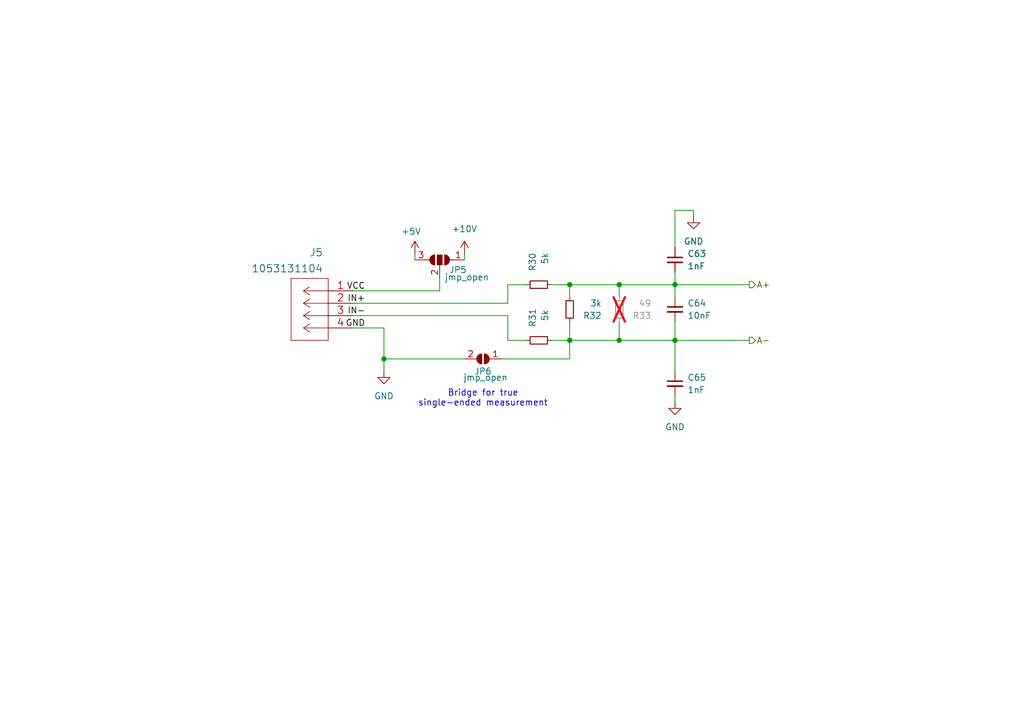
<source format=kicad_sch>
(kicad_sch (version 20240417) (generator "eeschema") (generator_version "8.99")
  (paper "A5")
  (lib_symbols
    (symbol "Device:C_Small" (pin_numbers hide) (pin_names (offset 0.254) hide)
      (property "Reference" "C" (at 0.254 1.778 0))
      (property "Value" "C_Small" (at 0.254 -2.032 0))
      (symbol "C_Small_0_1"
        (polyline (pts (xy -1.524 0.508) (xy 1.524 0.508)) (stroke (width 0.3048)))
        (polyline (pts (xy -1.524 -0.508) (xy 1.524 -0.508)) (stroke (width 0.3302)))
      )
      (symbol "C_Small_1_1"
        (pin passive line (at 0 2.54 270) (length 2.032) (name "~") (number "1"))
        (pin passive line (at 0 -2.54 90) (length 2.032) (name "~") (number "2"))
      )
    )
    (symbol "Device:R_Small" (pin_numbers hide) (pin_names (offset 0.254) hide)
      (property "Reference" "R" (at 0.762 0.508 0))
      (property "Value" "R_Small" (at 0.762 -1.016 0))
      (symbol "R_Small_0_1"
        (rectangle (start -0.762 1.778) (end 0.762 -1.778) (stroke (width 0.2032)))
      )
      (symbol "R_Small_1_1"
        (pin passive line (at 0 2.54 270) (length 0.762) (name "~") (number "1"))
        (pin passive line (at 0 -2.54 90) (length 0.762) (name "~") (number "2"))
      )
    )
    (symbol "Jumper:SolderJumper_2_Open" (pin_names (offset 0) hide)
      (property "Reference" "JP" (at 0 2.032 0))
      (property "Value" "SolderJumper_2_Open" (at 0 -2.54 0))
      (symbol "SolderJumper_2_Open_0_1"
        (polyline (pts (xy -0.254 1.016) (xy -0.254 -1.016)))
        (arc (start -0.254 -1.016) (mid -1.2656 0) (end -0.254 1.016))
        (arc (start -0.254 -1.016) (mid -1.2656 0) (end -0.254 1.016) (fill (type outline)))
        (arc (start 0.254 1.016) (mid 1.2656 0) (end 0.254 -1.016))
        (arc (start 0.254 1.016) (mid 1.2656 0) (end 0.254 -1.016) (fill (type outline)))
        (polyline (pts (xy 0.254 1.016) (xy 0.254 -1.016)))
      )
      (symbol "SolderJumper_2_Open_1_1"
        (pin passive line (at -3.81 0 0) (length 2.54) (name "A") (number "1"))
        (pin passive line (at 3.81 0 180) (length 2.54) (name "B") (number "2"))
      )
    )
    (symbol "Jumper:SolderJumper_3_Open" (pin_names (offset 0) hide)
      (property "Reference" "JP" (at -2.54 -2.54 0))
      (property "Value" "SolderJumper_3_Open" (at 0 2.794 0))
      (symbol "SolderJumper_3_Open_0_1"
        (polyline (pts (xy -2.54 0) (xy -2.032 0)))
        (polyline (pts (xy -1.016 1.016) (xy -1.016 -1.016)))
        (arc (start -1.016 -1.016) (mid -2.0276 0) (end -1.016 1.016) (fill (type outline)))
        (arc (start -1.016 -1.016) (mid -2.0276 0) (end -1.016 1.016))
        (rectangle (start -0.508 1.016) (end 0.508 -1.016) (fill (type outline)))
        (polyline (pts (xy 0 -1.27) (xy 0 -1.016)))
        (arc (start 1.016 1.016) (mid 2.0276 0) (end 1.016 -1.016))
        (arc (start 1.016 1.016) (mid 2.0276 0) (end 1.016 -1.016) (fill (type outline)))
        (polyline (pts (xy 1.016 1.016) (xy 1.016 -1.016)))
        (polyline (pts (xy 2.54 0) (xy 2.032 0)))
      )
      (symbol "SolderJumper_3_Open_1_1"
        (pin passive line (at -5.08 0 0) (length 2.54) (name "A") (number "1"))
        (pin input line (at 0 -3.81 90) (length 2.54) (name "C") (number "2"))
        (pin passive line (at 5.08 0 180) (length 2.54) (name "B") (number "3"))
      )
    )
    (symbol "iclr:1053131104" (pin_names (offset 0.254) hide)
      (property "Reference" "J" (at 8.89 6.35 0))
      (property "Value" "1053131104" (at 10.16 -5.08 0))
      (symbol "1053131104_1_1"
        (polyline (pts (xy 5.08 2.54) (xy 5.08 -10.16)) (stroke (width 0.127)))
        (polyline (pts (xy 5.08 -10.16) (xy 12.7 -10.16)) (stroke (width 0.127)))
        (polyline (pts (xy 10.16 0) (xy 8.89 0.8382)) (stroke (width 0.127)))
        (polyline (pts (xy 10.16 0) (xy 5.08 0)) (stroke (width 0.127)))
        (polyline (pts (xy 10.16 0) (xy 8.89 -0.8382)) (stroke (width 0.127)))
        (polyline (pts (xy 10.16 -2.54) (xy 5.08 -2.54)) (stroke (width 0.127)))
        (polyline (pts (xy 10.16 -2.54) (xy 8.89 -3.3782)) (stroke (width 0.127)))
        (polyline (pts (xy 10.16 -2.54) (xy 8.89 -1.7018)) (stroke (width 0.127)))
        (polyline (pts (xy 10.16 -5.08) (xy 5.08 -5.08)) (stroke (width 0.127)))
        (polyline (pts (xy 10.16 -5.08) (xy 8.89 -4.2418)) (stroke (width 0.127)))
        (polyline (pts (xy 10.16 -5.08) (xy 8.89 -5.9182)) (stroke (width 0.127)))
        (polyline (pts (xy 10.16 -7.62) (xy 8.89 -6.7818)) (stroke (width 0.127)))
        (polyline (pts (xy 10.16 -7.62) (xy 5.08 -7.62)) (stroke (width 0.127)))
        (polyline (pts (xy 10.16 -7.62) (xy 8.89 -8.4582)) (stroke (width 0.127)))
        (polyline (pts (xy 12.7 2.54) (xy 5.08 2.54)) (stroke (width 0.127)))
        (polyline (pts (xy 12.7 -10.16) (xy 12.7 2.54)) (stroke (width 0.127)))
        (pin unspecified line (at 0 0 0) (length 5.08) (name "1") (number "1"))
        (pin unspecified line (at 0 -2.54 0) (length 5.08) (name "2") (number "2"))
        (pin unspecified line (at 0 -5.08 0) (length 5.08) (name "3") (number "3"))
        (pin unspecified line (at 0 -7.62 0) (length 5.08) (name "4") (number "4"))
      )
    )
    (symbol "power:+10V" (power) (pin_names (offset 0))
      (property "Value" "+10V" (at 0 3.556 0))
      (symbol "+10V_0_1"
        (polyline (pts (xy -0.762 1.27) (xy 0 2.54)))
        (polyline (pts (xy 0 2.54) (xy 0.762 1.27)))
        (polyline (pts (xy 0 0) (xy 0 2.54)))
      )
      (symbol "+10V_1_1"
        (pin power_in line (at 0 0 90) (length 0) hide (name "+10V") (number "1"))
      )
    )
    (symbol "power:+5V" (power) (pin_names (offset 0))
      (property "Value" "+5V" (at 0 3.556 0))
      (symbol "+5V_0_1"
        (polyline (pts (xy -0.762 1.27) (xy 0 2.54)))
        (polyline (pts (xy 0 2.54) (xy 0.762 1.27)))
        (polyline (pts (xy 0 0) (xy 0 2.54)))
      )
      (symbol "+5V_1_1"
        (pin power_in line (at 0 0 90) (length 0) hide (name "+5V") (number "1"))
      )
    )
    (symbol "power:GND" (power) (pin_names (offset 0))
      (property "Value" "GND" (at 0 -3.81 0))
      (symbol "GND_0_1"
        (polyline (pts (xy 0 0) (xy 0 -1.27) (xy 1.27 -1.27) (xy 0 -2.54) (xy -1.27 -1.27) (xy 0 -1.27)))
      )
      (symbol "GND_1_1"
        (pin power_in line (at 0 0 270) (length 0) hide (name "GND") (number "1"))
      )
    )
  )
  (text "Bridge for true\nsingle-ended measurement\n" (at 99.06 81.788 0) (effects (font (size 1.27 1.27))))
  (junction (at 138.43 58.42))
  (junction (at 116.84 69.85))
  (junction (at 78.74 73.66))
  (junction (at 116.84 58.42))
  (junction (at 127 69.85))
  (junction (at 138.43 69.85))
  (junction (at 127 58.42))
  (wire (pts (xy 95.25 52.07) (xy 95.25 53.34)))
  (wire (pts (xy 107.95 69.85) (xy 104.14 69.85)))
  (wire (pts (xy 102.87 73.66) (xy 116.84 73.66)))
  (wire (pts (xy 116.84 58.42) (xy 127 58.42)))
  (wire (pts (xy 90.17 59.69) (xy 72.39 59.69)))
  (wire (pts (xy 138.43 69.85) (xy 138.43 76.2)))
  (wire (pts (xy 78.74 73.66) (xy 95.25 73.66)))
  (wire (pts (xy 138.43 58.42) (xy 138.43 55.88)))
  (wire (pts (xy 138.43 58.42) (xy 138.43 60.96)))
  (wire (pts (xy 138.43 66.04) (xy 138.43 69.85)))
  (wire (pts (xy 104.14 64.77) (xy 104.14 69.85)))
  (wire (pts (xy 138.43 81.28) (xy 138.43 82.55)))
  (wire (pts (xy 142.24 44.45) (xy 142.24 43.18)))
  (wire (pts (xy 90.17 57.15) (xy 90.17 59.69)))
  (wire (pts (xy 116.84 69.85) (xy 116.84 73.66)))
  (wire (pts (xy 142.24 43.18) (xy 138.43 43.18)))
  (wire (pts (xy 113.03 58.42) (xy 116.84 58.42)))
  (wire (pts (xy 72.39 64.77) (xy 104.14 64.77)))
  (wire (pts (xy 104.14 62.23) (xy 72.39 62.23)))
  (wire (pts (xy 78.74 73.66) (xy 78.74 76.2)))
  (wire (pts (xy 116.84 66.04) (xy 116.84 69.85)))
  (wire (pts (xy 138.43 69.85) (xy 153.67 69.85)))
  (wire (pts (xy 127 60.96) (xy 127 58.42)))
  (wire (pts (xy 85.09 52.07) (xy 85.09 53.34)))
  (wire (pts (xy 127 58.42) (xy 138.43 58.42)))
  (wire (pts (xy 72.39 67.31) (xy 78.74 67.31)))
  (wire (pts (xy 113.03 69.85) (xy 116.84 69.85)))
  (wire (pts (xy 127 69.85) (xy 127 66.04)))
  (wire (pts (xy 153.67 58.42) (xy 138.43 58.42)))
  (wire (pts (xy 127 69.85) (xy 138.43 69.85)))
  (wire (pts (xy 104.14 58.42) (xy 107.95 58.42)))
  (wire (pts (xy 138.43 43.18) (xy 138.43 50.8)))
  (wire (pts (xy 116.84 58.42) (xy 116.84 60.96)))
  (wire (pts (xy 104.14 58.42) (xy 104.14 62.23)))
  (wire (pts (xy 116.84 69.85) (xy 127 69.85)))
  (wire (pts (xy 78.74 67.31) (xy 78.74 73.66)))
  (label "IN-" (at 74.93 64.77 180))
  (label "IN+" (at 74.93 62.23 180))
  (label "VCC" (at 74.93 59.69 180))
  (label "GND" (at 74.93 67.31 180))
  (hierarchical_label "A+" (shape output) (at 153.67 58.42 0))
  (hierarchical_label "A-" (shape output) (at 153.67 69.85 0))
  (symbol (lib_id "power:+5V") (at 85.09 52.07 0) (mirror y) (unit 1)
    (property "Reference" "#PWR069" (effects (hide yes)))
    (property "Value" "+5V" (at 86.36 47.498 0) (effects (justify left)))
    (instances (project "sensorboard" (path "" (reference "#PWR079") (unit 1)) (path "" (reference "#PWR069") (unit 1)) (path "" (reference "#PWR086") (unit 1)) (path "" (reference "#PWR092") (unit 1))))
  )
  (symbol (lib_id "Device:R_Small") (at 110.49 58.42 90) (mirror x) (unit 1)
    (property "Reference" "R26" (at 109.22 51.816 0) (effects (justify left)))
    (property "Value" "5k" (at 111.76 51.816 0) (effects (justify left)))
    (property "Footprint" "Resistor_SMD:R_0402_1005Metric" (effects (hide yes)))
    (instances (project "sensorboard" (path "" (reference "R30") (unit 1)) (path "" (reference "R26") (unit 1)) (path "" (reference "R34") (unit 1)) (path "" (reference "R38") (unit 1))))
  )
  (symbol (lib_id "Jumper:SolderJumper_2_Open") (at 99.06 73.66 0) (mirror y) (unit 1)
    (property "Reference" "JP4" (at 99.06 76.2 0))
    (property "Value" "jmp_open" (at 99.568 77.47 0))
    (property "Footprint" "Jumper:SolderJumper-2_P1.3mm_Open_RoundedPad1.0x1.5mm" (effects (hide yes)))
    (instances (project "sensorboard" (path "" (reference "JP6") (unit 1)) (path "" (reference "JP4") (unit 1)) (path "" (reference "JP8") (unit 1)) (path "" (reference "JP10") (unit 1))))
  )
  (symbol (lib_id "Jumper:SolderJumper_3_Open") (at 90.17 53.34 0) (mirror y) (unit 1)
    (property "Reference" "JP3" (at 95.758 55.372 0) (effects (justify left)))
    (property "Value" "jmp_open" (at 100.33 56.896 0) (effects (justify left)))
    (property "Footprint" "Jumper:SolderJumper-3_P1.3mm_Open_RoundedPad1.0x1.5mm_NumberLabels" (effects (hide yes)))
    (instances (project "sensorboard" (path "" (reference "JP5") (unit 1)) (path "" (reference "JP3") (unit 1)) (path "" (reference "JP7") (unit 1)) (path "" (reference "JP9") (unit 1))))
  )
  (symbol (lib_id "power:GND") (at 78.74 76.2 0) (mirror y) (unit 1)
    (property "Reference" "#PWR071" (effects (hide yes)))
    (property "Value" "GND" (at 78.74 81.28 0))
    (instances (project "sensorboard" (path "" (reference "#PWR083") (unit 1)) (path "" (reference "#PWR071") (unit 1)) (path "" (reference "#PWR089") (unit 1)) (path "" (reference "#PWR095") (unit 1))))
  )
  (symbol (lib_id "power:+10V") (at 95.25 52.07 0) (unit 1)
    (property "Reference" "#PWR023" (effects (hide yes)))
    (property "Value" "+10V" (at 95.25 46.99 0))
    (instances (project "sensorboard" (path "" (reference "#PWR073") (unit 1)) (path "" (reference "#PWR023") (unit 1)) (path "" (reference "#PWR084") (unit 1)) (path "" (reference "#PWR085") (unit 1))))
  )
  (symbol (lib_id "Device:R_Small") (at 116.84 63.5 180) (unit 1)
    (property "Reference" "R28" (at 123.444 64.77 0) (effects (justify left)))
    (property "Value" "3k" (at 123.444 62.23 0) (effects (justify left)))
    (property "Footprint" "Resistor_SMD:R_0402_1005Metric" (effects (hide yes)))
    (instances (project "sensorboard" (path "" (reference "R32") (unit 1)) (path "" (reference "R28") (unit 1)) (path "" (reference "R36") (unit 1)) (path "" (reference "R41") (unit 1))))
  )
  (symbol (lib_id "Device:R_Small") (at 110.49 69.85 90) (mirror x) (unit 1)
    (property "Reference" "R27" (at 109.22 63.246 0) (effects (justify left)))
    (property "Value" "5k" (at 111.76 63.5 0) (effects (justify left)))
    (property "Footprint" "Resistor_SMD:R_0402_1005Metric" (effects (hide yes)))
    (instances (project "sensorboard" (path "" (reference "R31") (unit 1)) (path "" (reference "R27") (unit 1)) (path "" (reference "R35") (unit 1)) (path "" (reference "R39") (unit 1))))
  )
  (symbol (lib_id "Device:C_Small") (at 138.43 78.74 0) (mirror y) (unit 1)
    (property "Reference" "C50" (at 140.97 77.4762 0) (effects (justify right)))
    (property "Value" "1nF" (at 140.97 80.0162 0) (effects (justify right)))
    (property "Footprint" "Capacitor_SMD:C_0402_1005Metric" (effects (hide yes)))
    (instances (project "sensorboard" (path "" (reference "C65") (unit 1)) (path "" (reference "C50") (unit 1)) (path "" (reference "C68") (unit 1)) (path "" (reference "C71") (unit 1))))
  )
  (symbol (lib_id "power:GND") (at 138.43 82.55 0) (mirror y) (unit 1)
    (property "Reference" "#PWR080" (effects (hide yes)))
    (property "Value" "GND" (at 138.43 87.63 0))
    (instances (project "sensorboard" (path "" (reference "#PWR087") (unit 1)) (path "" (reference "#PWR080") (unit 1)) (path "" (reference "#PWR093") (unit 1)) (path "" (reference "#PWR0100") (unit 1))))
  )
  (symbol (lib_id "Device:R_Small") (at 127 63.5 180) (unit 1) (dnp yes)
    (property "Reference" "R29" (at 133.604 64.77 0) (effects (justify left)))
    (property "Value" "49" (at 133.604 62.23 0) (effects (justify left)))
    (property "Footprint" "Resistor_SMD:R_0402_1005Metric" (effects (hide yes)))
    (instances (project "sensorboard" (path "" (reference "R33") (unit 1)) (path "" (reference "R29") (unit 1)) (path "" (reference "R37") (unit 1)) (path "" (reference "R42") (unit 1))))
  )
  (symbol (lib_id "Device:C_Small") (at 138.43 53.34 0) (mirror y) (unit 1)
    (property "Reference" "C47" (at 140.97 52.0762 0) (effects (justify right)))
    (property "Value" "1nF" (at 140.97 54.6162 0) (effects (justify right)))
    (property "Footprint" "Capacitor_SMD:C_0402_1005Metric" (effects (hide yes)))
    (instances (project "sensorboard" (path "" (reference "C63") (unit 1)) (path "" (reference "C47") (unit 1)) (path "" (reference "C66") (unit 1)) (path "" (reference "C69") (unit 1))))
  )
  (symbol (lib_id "iclr:1053131104") (at 72.39 59.69 0) (mirror y) (unit 1)
    (property "Reference" "J4" (at 66.294 51.816 0) (effects (font (size 1.524 1.524)) (justify left)))
    (property "Value" "1053131104" (at 66.294 55.118 0) (effects (font (size 1.524 1.524)) (justify left)))
    (property "Footprint" "iclr:1053131104" (effects (hide yes)))
    (instances (project "sensorboard" (path "" (reference "J5") (unit 1)) (path "" (reference "J4") (unit 1)) (path "" (reference "J6") (unit 1)) (path "" (reference "J7") (unit 1))))
  )
  (symbol (lib_id "Device:C_Small") (at 138.43 63.5 0) (mirror y) (unit 1)
    (property "Reference" "C48" (at 140.97 62.2362 0) (effects (justify right)))
    (property "Value" "10nF" (at 140.97 64.7762 0) (effects (justify right)))
    (property "Footprint" "Capacitor_SMD:C_0402_1005Metric" (effects (hide yes)))
    (instances (project "sensorboard" (path "" (reference "C64") (unit 1)) (path "" (reference "C48") (unit 1)) (path "" (reference "C67") (unit 1)) (path "" (reference "C70") (unit 1))))
  )
  (symbol (lib_id "power:GND") (at 142.24 44.45 0) (mirror y) (unit 1)
    (property "Reference" "#PWR082" (effects (hide yes)))
    (property "Value" "GND" (at 142.24 49.53 0))
    (instances (project "sensorboard" (path "" (reference "#PWR088") (unit 1)) (path "" (reference "#PWR082") (unit 1)) (path "" (reference "#PWR094") (unit 1)) (path "" (reference "#PWR0101") (unit 1))))
  )
)
</source>
